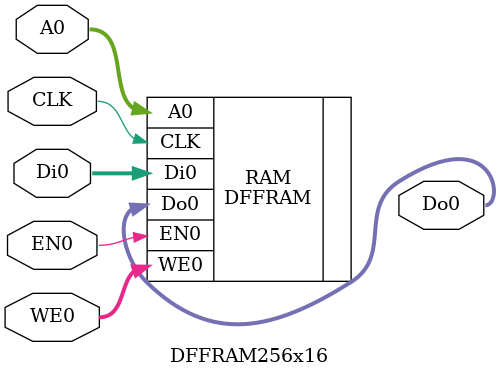
<source format=v>
/*
 * DFFRAM.v
 *
 * * A 256x32 DFFRAM (1 Kbytes)
 *
 * This is free software: you can redistribute it and/or modify
 * it under the terms of the Apache License, Version 2.0 (the "License").
 *
 * DFFRAM is distributed in the hope that it will be useful,
 * but WITHOUT ANY WARRANTY; without even the implied warranty of
 * MERCHANTABILITY or FITNESS FOR A PARTICULAR PURPOSE. See the
 * Apache License, Version 2.0 for more details.
 *
 * You should have received a copy of the Apache License, Version 2.0
 * along with DFFRAM. If not, see <https://www.apache.org/licenses/LICENSE-2.0>.
 *
 * For further information, please visit .
 *
 */

`timescale 1ns/1ps

`default_nettype        none

module DFFRAM256x16  (
	input   wire            CLK,  
    input   wire [1:0]      WE0,  
    input                   EN0,  
    input   wire [7:0]      A0,   
    input   wire [15:0]     Di0,  
    output  wire [15:0]     Do0
);

    DFFRAM  #( .USE_LATCH(1), .WSIZE(2), .BANKS(16) ) RAM (
	    .CLK(CLK),  
        .WE0(WE0),  
        .EN0(EN0),  
        .A0(A0),   
        .Di0(Di0),  
        .Do0(Do0)
    );

endmodule

</source>
